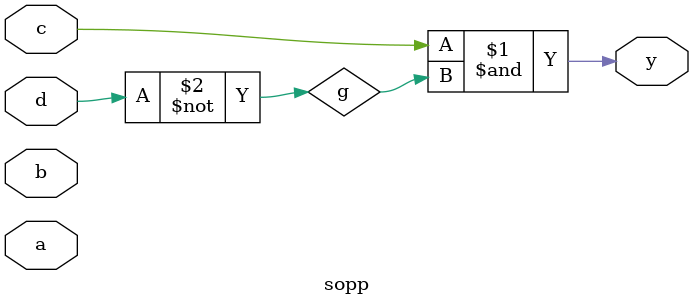
<source format=v>
/*Realize the boolean expression using verilog
F=(2,6,10,14): Final simplified expression is CD'*/

//structural
module sopp(
    input a,
    input b,
    input c,
    input d,
    output y
    );
    wire g;
    not(g,d);
    and(y,c,g);
endmodule

</source>
